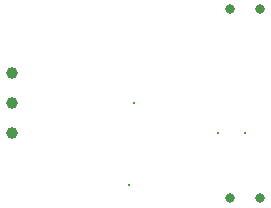
<source format=gbr>
%TF.GenerationSoftware,KiCad,Pcbnew,8.0.2*%
%TF.CreationDate,2024-06-03T19:46:28+02:00*%
%TF.ProjectId,Beecounter,42656563-6f75-46e7-9465-722e6b696361,rev?*%
%TF.SameCoordinates,Original*%
%TF.FileFunction,Plated,1,2,PTH,Drill*%
%TF.FilePolarity,Positive*%
%FSLAX46Y46*%
G04 Gerber Fmt 4.6, Leading zero omitted, Abs format (unit mm)*
G04 Created by KiCad (PCBNEW 8.0.2) date 2024-06-03 19:46:28*
%MOMM*%
%LPD*%
G01*
G04 APERTURE LIST*
%TA.AperFunction,ViaDrill*%
%ADD10C,0.300000*%
%TD*%
%TA.AperFunction,ComponentDrill*%
%ADD11C,0.800000*%
%TD*%
%TA.AperFunction,ComponentDrill*%
%ADD12C,1.000000*%
%TD*%
G04 APERTURE END LIST*
D10*
X42000000Y-39800000D03*
X51900000Y-46800000D03*
X52288050Y-39858175D03*
X59400000Y-42400000D03*
X61700000Y-42400000D03*
D11*
%TO.C,U3*%
X60460000Y-31900000D03*
X60460000Y-47900000D03*
X63000000Y-31900000D03*
X63000000Y-47900000D03*
D12*
%TO.C,J1*%
X42000000Y-37320000D03*
X42000000Y-39860000D03*
X42000000Y-42400000D03*
M02*

</source>
